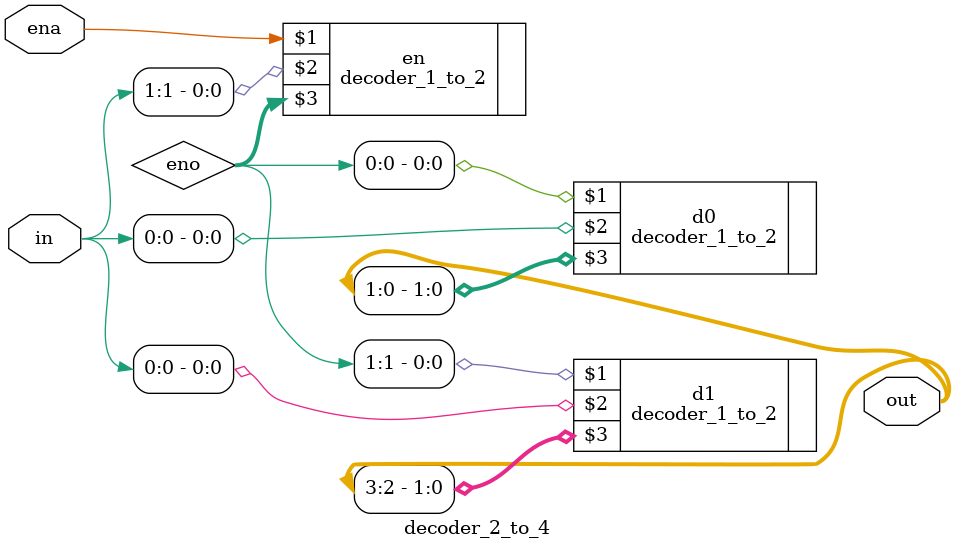
<source format=sv>
module decoder_2_to_4(ena, in, out);

  input wire ena;
  input wire [1:0] in;
  output logic [3:0] out;

  wire [1:0] eno;

  decoder_1_to_2 en(ena, in[1], eno);

  decoder_1_to_2 d1(eno[1], in[0], out[3:2]);
  decoder_1_to_2 d0(eno[0], in[0], out[1:0]);

endmodule
</source>
